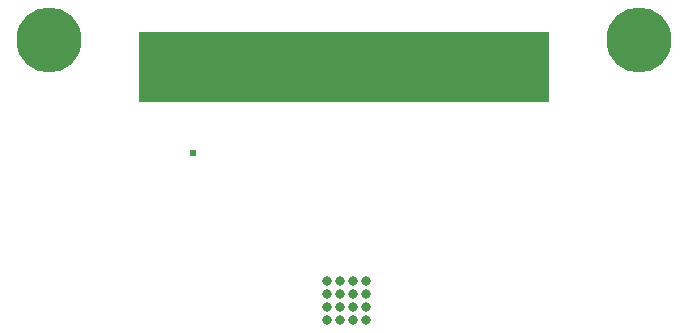
<source format=gbs>
G04*
G04 #@! TF.GenerationSoftware,Altium Limited,Altium Designer,22.9.1 (49)*
G04*
G04 Layer_Color=16711935*
%FSLAX25Y25*%
%MOIN*%
G70*
G04*
G04 #@! TF.SameCoordinates,F39438FC-3B75-4A19-992D-F472731E60C8*
G04*
G04*
G04 #@! TF.FilePolarity,Negative*
G04*
G01*
G75*
%ADD28R,1.37008X0.23524*%
%ADD34R,0.03556X0.17335*%
%ADD39R,0.03556X0.17335*%
%ADD40C,0.21666*%
%ADD41C,0.02200*%
%ADD42C,0.02400*%
%ADD43C,0.03200*%
D28*
X425295Y381456D02*
D03*
D34*
X391831Y378454D02*
D03*
X399705D02*
D03*
X411516D02*
D03*
X360335D02*
D03*
X372146D02*
D03*
X383957D02*
D03*
X380020D02*
D03*
X364272D02*
D03*
X376083D02*
D03*
X403642D02*
D03*
X395768D02*
D03*
X368209D02*
D03*
X407579D02*
D03*
X387894D02*
D03*
X419390D02*
D03*
X458760D02*
D03*
X423327D02*
D03*
X435138D02*
D03*
X486319D02*
D03*
X478445D02*
D03*
X450886D02*
D03*
X462697D02*
D03*
X439075D02*
D03*
X427264D02*
D03*
X470571D02*
D03*
X466634D02*
D03*
X454823D02*
D03*
X482382D02*
D03*
X474508D02*
D03*
X431201D02*
D03*
X415453D02*
D03*
D39*
X490256D02*
D03*
D40*
X326870Y390265D02*
D03*
X523721D02*
D03*
D41*
X332683Y384452D02*
D03*
X335091Y390265D02*
D03*
X332683Y396078D02*
D03*
X326870Y398486D02*
D03*
D03*
X321057Y396078D02*
D03*
X318649Y390265D02*
D03*
X321057Y384452D02*
D03*
X326870Y382045D02*
D03*
X529533Y384452D02*
D03*
X531941Y390265D02*
D03*
X529533Y396078D02*
D03*
X523721Y398486D02*
D03*
D03*
X517907Y396078D02*
D03*
X515500Y390265D02*
D03*
X517907Y384452D02*
D03*
X523721Y382045D02*
D03*
D42*
X375000Y352815D02*
D03*
D43*
X419504Y309996D02*
D03*
X423835D02*
D03*
X428165D02*
D03*
X432496D02*
D03*
X419504Y305665D02*
D03*
X423835D02*
D03*
X428165D02*
D03*
X432496D02*
D03*
X419504Y301335D02*
D03*
X423835D02*
D03*
X428165D02*
D03*
X432496D02*
D03*
X419504Y297004D02*
D03*
X423835D02*
D03*
X428165D02*
D03*
X432496D02*
D03*
M02*

</source>
